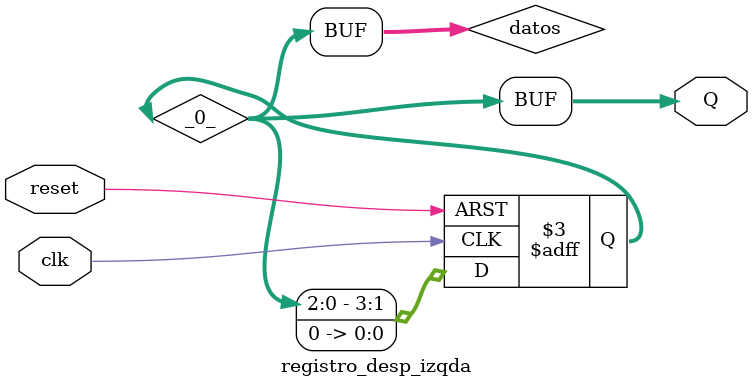
<source format=v>
/* Generated by Yosys 0.51+101 (git sha1 314842d2a, g++ 14.2.1 -fPIC -O3) */

module registro_desp_izqda(clk, reset, Q);
  reg [3:0] _0_ = 4'h3;
  output [3:0] Q;
  wire [3:0] Q;
  input clk;
  wire clk;
  wire [3:0] datos;
  input reset;
  wire reset;
  always @(posedge clk, posedge reset)
    if (reset) _0_ <= 4'h3;
    else _0_ <= { datos[2:0], 1'h0 };
  assign datos = _0_;
  assign Q = datos;
endmodule

</source>
